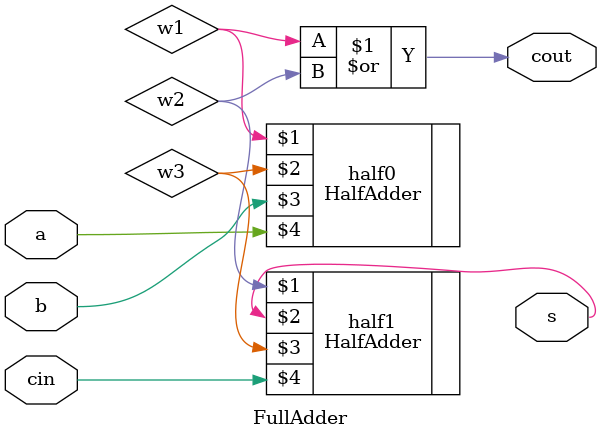
<source format=v>
`ifndef _FullAdder_
`define _FullAdder_

`include "HalfAdder.v"

module FullAdder (cout, s, a, b, cin);
  input a,b,cin; 
  output cout,s;
  wire w1,w2,w3;

  //Descrição
  or or0(cout,w1,w2);
  HalfAdder half0(w1,w3,b,a);
  HalfAdder half1(w2,s,w3,cin);

endmodule
`endif
</source>
